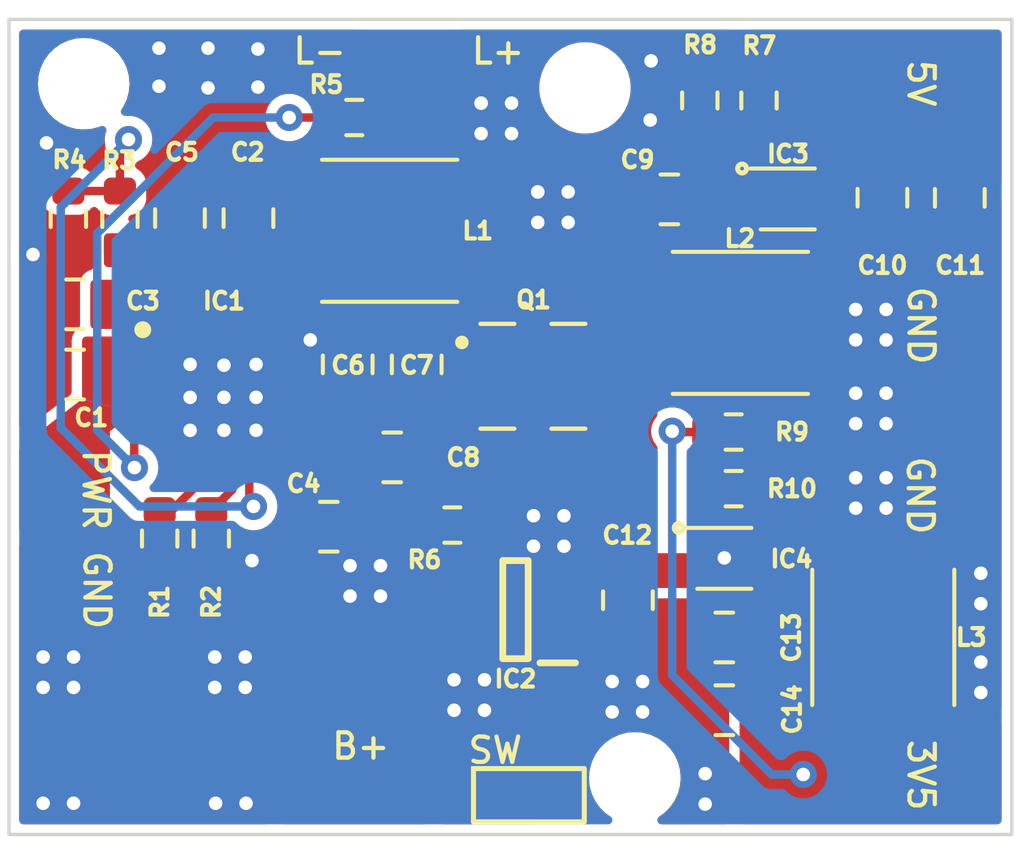
<source format=kicad_pcb>
(kicad_pcb (version 20221018) (generator pcbnew)
  (layers (0 "F.Cu" signal) (31 "B.Cu" signal) (34 "B.Paste" user) (35 "F.Paste" user) (36 "B.SilkS" user "B.Silkscreen") (37 "F.SilkS" user "F.Silkscreen") (38 "B.Mask" user) (39 "F.Mask" user) (44 "Edge.Cuts" user))
  (net 0 "")
  (net 1 "Net-(IC1-BTST)")
  (net 2 "VOUT")
  (net 3 "GND")
  (net 4 "Net-(IC1-REGN)")
  (net 5 "Net-(IC1-VAC)")
  (net 6 "VSYS")
  (net 7 "Net-(IC1-PMID)")
  (net 11 "STAT")
  (net 13 "Net-(IC1-ILIM)")
  (net 14 "Net-(IC1-ICHG)")
  (net 15 "Net-(IC1-TS)")
  (net 17 "Net-(IC2-IN)")
  (net 18 "Net-(IC2-~{OUT})")
  (net 20 "Net-(IC3-FB)")
  (net 21 "Net-(IC3-SW)")
  (net 22 "Net-(IC4-FB)")
  (net 23 "Net-(IC4-SW)")
  (net 25 "Net-(D1-K)")
  (net 26 "Net-(C2-Pad1)")
  (net 27 "Net-(C4-Pad1)")
  (net 28 "+5V")
  (net 29 "+3.5V")
  (footprint "Resistor_SMD:R_0603_1608Metric" (layer "F.Cu") (at 163.396252 72.023748 90)
    (fp_text reference "R2" (at -1.876252 0.003748 90) (layer "F.SilkS") (effects (font (size 0.5 0.5) (thickness 0.125))))
    (fp_text value "226" hide)
    (pad "1" smd roundrect (at -0.825 0 90) (size 0.8 0.95) (layers "F.Cu" "F.Paste" "F.Mask") (net 3 "GND"))
    (pad "2" smd roundrect (at 0.825 0 90) (size 0.8 0.95) (layers "F.Cu" "F.Paste" "F.Mask") (net 14 "Net-(IC1-ICHG)"))
  )
  (footprint "Capacitor_SMD:C_0805_2012Metric" (layer "F.Cu") (at 185.528752 61.950652 -90)
    (fp_text reference "C11" (at 1.995 -0.0125) (layer "F.SilkS") (effects (font (size 0.5 0.5) (thickness 0.125))))
    (fp_text value "22uF" hide)
    (pad "1" smd roundrect (at -0.95 0 270) (size 1 1.45) (layers "F.Cu" "F.Paste" "F.Mask") (net 28 "+5V"))
    (pad "2" smd roundrect (at 0.95 0 270) (size 1 1.45) (layers "F.Cu" "F.Paste" "F.Mask") (net 3 "GND"))
  )
  (footprint "BQ25606RGER:QFN50P400X400X100-25N-D" (layer "F.Cu") (at 163.771252 67.848748)
    (fp_text reference "IC1" (at 0 -2.848748) (layer "F.SilkS") (effects (font (size 0.5 0.5) (thickness 0.125))))
    (fp_text value "BQ25606RGER" hide)
    (pad "1" smd rect (at -2 -1.25 90) (size 0.3 0.8) (layers "F.Cu" "F.Paste" "F.Mask") (net 5 "Net-(IC1-VAC)"))
    (pad "2" smd rect (at -2 -0.75 90) (size 0.3 0.8) (layers "F.Cu" "F.Paste" "F.Mask"))
    (pad "3" smd rect (at -2 -0.25 90) (size 0.3 0.8) (layers "F.Cu" "F.Paste" "F.Mask"))
    (pad "4" smd rect (at -2 0.25 90) (size 0.3 0.8) (layers "F.Cu" "F.Paste" "F.Mask"))
    (pad "5" smd rect (at -2 0.75 90) (size 0.3 0.8) (layers "F.Cu" "F.Paste" "F.Mask") (net 11 "STAT"))
    (pad "6" smd rect (at -2 1.25 90) (size 0.3 0.8) (layers "F.Cu" "F.Paste" "F.Mask") (net 3 "GND"))
    (pad "7" smd rect (at -1.25 2) (size 0.3 0.8) (layers "F.Cu" "F.Paste" "F.Mask"))
    (pad "8" smd rect (at -0.75 2) (size 0.3 0.8) (layers "F.Cu" "F.Paste" "F.Mask") (net 13 "Net-(IC1-ILIM)"))
    (pad "9" smd rect (at -0.25 2) (size 0.3 0.8) (layers "F.Cu" "F.Paste" "F.Mask") (net 3 "GND"))
    (pad "10" smd rect (at 0.25 2) (size 0.3 0.8) (layers "F.Cu" "F.Paste" "F.Mask") (net 14 "Net-(IC1-ICHG)"))
    (pad "11" smd rect (at 0.75 2) (size 0.3 0.8) (layers "F.Cu" "F.Paste" "F.Mask") (net 15 "Net-(IC1-TS)"))
    (pad "12" smd rect (at 1.25 2) (size 0.3 0.8) (layers "F.Cu" "F.Paste" "F.Mask"))
    (pad "13" smd rect (at 2 1.25 90) (size 0.3 0.8) (layers "F.Cu" "F.Paste" "F.Mask") (net 27 "Net-(C4-Pad1)"))
    (pad "14" smd rect (at 2 0.75 90) (size 0.3 0.8) (layers "F.Cu" "F.Paste" "F.Mask") (net 27 "Net-(C4-Pad1)"))
    (pad "15" smd rect (at 2 0.25 90) (size 0.3 0.8) (layers "F.Cu" "F.Paste" "F.Mask") (net 2 "VOUT"))
    (pad "16" smd rect (at 2 -0.25 90) (size 0.3 0.8) (layers "F.Cu" "F.Paste" "F.Mask") (net 2 "VOUT"))
    (pad "17" smd rect (at 2 -0.75 90) (size 0.3 0.8) (layers "F.Cu" "F.Paste" "F.Mask") (net 3 "GND"))
    (pad "18" smd rect (at 2 -1.25 90) (size 0.3 0.8) (layers "F.Cu" "F.Paste" "F.Mask") (net 3 "GND"))
    (pad "19" smd rect (at 1.25 -2) (size 0.3 0.8) (layers "F.Cu" "F.Paste" "F.Mask") (net 26 "Net-(C2-Pad1)"))
    (pad "20" smd rect (at 0.75 -2) (size 0.3 0.8) (layers "F.Cu" "F.Paste" "F.Mask") (net 26 "Net-(C2-Pad1)"))
    (pad "21" smd rect (at 0.25 -2) (size 0.3 0.8) (layers "F.Cu" "F.Paste" "F.Mask") (net 1 "Net-(IC1-BTST)"))
    (pad "22" smd rect (at -0.25 -2) (size 0.3 0.8) (layers "F.Cu" "F.Paste" "F.Mask") (net 4 "Net-(IC1-REGN)"))
    (pad "23" smd rect (at -0.75 -2) (size 0.3 0.8) (layers "F.Cu" "F.Paste" "F.Mask") (net 7 "Net-(IC1-PMID)"))
    (pad "24" smd rect (at -1.25 -2) (size 0.3 0.8) (layers "F.Cu" "F.Paste" "F.Mask") (net 5 "Net-(IC1-VAC)"))
    (pad "25" smd rect (at 0 0) (size 2.8 2.8) (layers "F.Cu" "F.Paste" "F.Mask") (net 3 "GND"))
  )
  (footprint "Capacitor_SMD:C_0805_2012Metric" (layer "F.Cu") (at 159.371252 67.173748 180)
    (fp_text reference "C1" (at -0.478748 -1.276252) (layer "F.SilkS") (effects (font (size 0.5 0.5) (thickness 0.125))))
    (fp_text value "10uF" hide)
    (pad "1" smd roundrect (at -0.95 0 180) (size 1 1.45) (layers "F.Cu" "F.Paste" "F.Mask") (net 5 "Net-(IC1-VAC)"))
    (pad "2" smd roundrect (at 0.95 0 180) (size 1 1.45) (layers "F.Cu" "F.Paste" "F.Mask") (net 3 "GND"))
  )
  (footprint "Resistor_SMD:R_0603_1608Metric" (layer "F.Cu") (at 159.171252 62.573748 -90)
    (fp_text reference "R4" (at -1.748748 -0.028748 -180) (layer "F.SilkS") (effects (font (size 0.5 0.5) (thickness 0.125))))
    (fp_text value "10k" hide)
    (pad "1" smd roundrect (at -0.825 0 270) (size 0.8 0.95) (layers "F.Cu" "F.Paste" "F.Mask") (net 15 "Net-(IC1-TS)"))
    (pad "2" smd roundrect (at 0.825 0 270) (size 0.8 0.95) (layers "F.Cu" "F.Paste" "F.Mask") (net 3 "GND"))
  )
  (footprint "MountingHole:MountingHole_2.2mm_M2" (layer "F.Cu") (at 159.625 58.575 -90)
    (fp_text reference "REF**" hide)
    (fp_text value "MountingHole_2.2mm_M2" hide)
    (pad "" np_thru_hole circle (at 0 0 270) (size 2.2 2.2) (drill 2.2) (layers "F&B.Cu" "*.Mask"))
  )
  (footprint "TRANS_AONR21321:TRANS_AONR21321" (layer "F.Cu") (at 172.906252 67.225)
    (fp_text reference "Q1" (at 0.018748 -2.258748 180) (layer "F.SilkS") (effects (font (size 0.5 0.5) (thickness 0.125) bold)))
    (fp_text value "AONR21117" hide)
    (pad "1" smd rect (at -1.4 -0.975) (size 0.5 0.35) (layers "F.Cu" "F.Paste" "F.Mask") (net 2 "VOUT"))
    (pad "2" smd rect (at -1.4 -0.325) (size 0.5 0.35) (layers "F.Cu" "F.Paste" "F.Mask") (net 2 "VOUT"))
    (pad "3" smd rect (at -1.4 0.325) (size 0.5 0.35) (layers "F.Cu" "F.Paste" "F.Mask") (net 2 "VOUT"))
    (pad "4" smd rect (at -1.4 0.975) (size 0.5 0.35) (layers "F.Cu" "F.Paste" "F.Mask") (net 18 "Net-(IC2-~{OUT})"))
    (pad "5" smd rect (at 1.5 0.975 270) (size 0.4 0.3) (layers "F.Cu" "F.Paste" "F.Mask") (net 6 "VSYS"))
    (pad "6" smd rect (at 1.5 0.325 270) (size 0.4 0.3) (layers "F.Cu" "F.Paste" "F.Mask") (net 6 "VSYS"))
    (pad "7" smd rect (at 1.5 -0.325 270) (size 0.4 0.3) (layers "F.Cu" "F.Paste" "F.Mask") (net 6 "VSYS"))
    (pad "8" smd rect (at 1.5 -0.975 270) (size 0.4 0.3) (layers "F.Cu" "F.Paste" "F.Mask") (net 6 "VSYS"))
    (pad "9" smd rect (at 0.36 0) (size 1.98 2.45) (layers "F.Cu" "F.Mask") (net 6 "VSYS"))
    (pad "9_1" smd rect (at 0 -1.415 270) (size 0.38 0.43) (layers "F.Cu" "F.Paste" "F.Mask") (net 6 "VSYS"))
    (pad "9_2" smd rect (at 0 1.415 270) (size 0.38 0.43) (layers "F.Cu" "F.Paste" "F.Mask") (net 6 "VSYS"))
  )
  (footprint "Resistor_SMD:R_0603_1608Metric" (layer "F.Cu") (at 160.696252 62.573748 90)
    (fp_text reference "R3" (at 1.723748 -0.021252 180) (layer "F.SilkS") (effects (font (size 0.5 0.5) (thickness 0.125))))
    (fp_text value "10k" hide)
    (pad "1" smd roundrect (at -0.825 0 90) (size 0.8 0.95) (layers "F.Cu" "F.Paste" "F.Mask") (net 4 "Net-(IC1-REGN)"))
    (pad "2" smd roundrect (at 0.825 0 90) (size 0.8 0.95) (layers "F.Cu" "F.Paste" "F.Mask") (net 15 "Net-(IC1-TS)"))
  )
  (footprint "Capacitor_SMD:C_0805_2012Metric" (layer "F.Cu") (at 178.566252 74.948748 180)
    (fp_text reference "C13" (at -1.983748 -0.001252 90) (layer "F.SilkS") (effects (font (size 0.5 0.5) (thickness 0.125))))
    (fp_text value "22uF" hide)
    (pad "1" smd roundrect (at -0.95 0 180) (size 1 1.45) (layers "F.Cu" "F.Paste" "F.Mask") (net 29 "+3.5V"))
    (pad "2" smd roundrect (at 0.95 0 180) (size 1 1.45) (layers "F.Cu" "F.Paste" "F.Mask") (net 3 "GND"))
  )
  (footprint "solderpads:led_1.25mm_2" (layer "F.Cu") (at 169.225 57.8)
    (fp_text reference "D1" hide)
    (fp_text value "LED" hide)
    (pad "1" smd circle (at -0.85 0.05) (size 1.25 1.25) (layers "F.Cu" "F.Paste" "F.Mask") (net 25 "Net-(D1-K)"))
    (pad "2" smd circle (at 0.85 0.05) (size 1.25 1.25) (layers "F.Cu" "F.Paste" "F.Mask") (net 2 "VOUT"))
  )
  (footprint "solderpads:hipower_2.5x1.5mm" (layer "F.Cu") (at 158.7 70.648748 -90)
    (fp_text reference "TP2" hide)
    (fp_text value "VBUS" hide)
    (pad "1" smd rect (at -0.05 0 270) (size 2.5 1.5) (layers "F.Cu" "F.Paste" "F.Mask") (net 5 "Net-(IC1-VAC)"))
  )
  (footprint "Resistor_SMD:R_0603_1608Metric" (layer "F.Cu") (at 178.841252 70.548748)
    (fp_text reference "R10" (at 1.725 0 180) (layer "F.SilkS") (effects (font (size 0.5 0.5) (thickness 0.125))))
    (fp_text value "100k" hide)
    (pad "1" smd roundrect (at -0.825 0) (size 0.8 0.95) (layers "F.Cu" "F.Paste" "F.Mask") (net 22 "Net-(IC4-FB)"))
    (pad "2" smd roundrect (at 0.825 0) (size 0.8 0.95) (layers "F.Cu" "F.Paste" "F.Mask") (net 3 "GND"))
  )
  (footprint "solderpads:pwr_switch_1.25mm_2" (layer "F.Cu") (at 172.796252 79.55)
    (fp_text reference "SW1" hide)
    (fp_text value "SW_SPST" hide)
    (pad "1" smd circle (at -0.85 0.05) (size 1.25 1.25) (layers "F.Cu" "F.Paste" "F.Mask") (net 3 "GND"))
    (pad "2" smd circle (at 0.85 0.05) (size 1.25 1.25) (layers "F.Cu" "F.Paste" "F.Mask") (net 17 "Net-(IC2-IN)"))
  )
  (footprint "Inductor_SMD:L_Taiyo-Yuden_MD-4040" (layer "F.Cu") (at 168.671252 62.923748 180)
    (fp_text reference "L1" (at -2.603748 -0.001252) (layer "F.SilkS") (effects (font (size 0.5 0.5) (thickness 0.125) bold)))
    (fp_text value "1uH" hide)
    (pad "1" smd rect (at -1.4 0 180) (size 1.2 3.7) (layers "F.Cu" "F.Paste" "F.Mask") (net 2 "VOUT"))
    (pad "2" smd rect (at 1.4 0 180) (size 1.2 3.7) (layers "F.Cu" "F.Paste" "F.Mask") (net 26 "Net-(C2-Pad1)"))
  )
  (footprint "Capacitor_SMD:C_0805_2012Metric" (layer "F.Cu") (at 166.871252 71.673748)
    (fp_text reference "C4" (at -0.746252 -1.273748) (layer "F.SilkS") (effects (font (size 0.5 0.5) (thickness 0.125))))
    (fp_text value "10uF" hide)
    (pad "1" smd roundrect (at -0.95 0) (size 1 1.45) (layers "F.Cu" "F.Paste" "F.Mask") (net 27 "Net-(C4-Pad1)"))
    (pad "2" smd roundrect (at 0.95 0) (size 1 1.45) (layers "F.Cu" "F.Paste" "F.Mask") (net 3 "GND"))
  )
  (footprint "Capacitor_SMD:C_0805_2012Metric" (layer "F.Cu") (at 176.941252 61.995652 180)
    (fp_text reference "C9" (at 0.941252 1.170652 180) (layer "F.SilkS") (effects (font (size 0.5 0.5) (thickness 0.125))))
    (fp_text value "22uF" hide)
    (pad "1" smd roundrect (at -0.95 0 180) (size 1 1.45) (layers "F.Cu" "F.Paste" "F.Mask") (net 6 "VSYS"))
    (pad "2" smd roundrect (at 0.95 0 180) (size 1 1.45) (layers "F.Cu" "F.Paste" "F.Mask") (net 3 "GND"))
  )
  (footprint "solderpads:hipower_2.5x1.5mm" (layer "F.Cu") (at 167.675 79.475)
    (fp_text reference "TP3" hide)
    (fp_text value "BAT" hide)
    (pad "1" smd rect (at -0.05 0) (size 2.5 1.5) (layers "F.Cu" "F.Paste" "F.Mask") (net 27 "Net-(C4-Pad1)"))
  )
  (footprint "Resistor_SMD:R_0603_1608Metric" (layer "F.Cu") (at 167.625 59.575)
    (fp_text reference "R5" (at -0.825 -0.975) (layer "F.SilkS") (effects (font (size 0.5 0.5) (thickness 0.125))))
    (fp_text value "10k" hide)
    (pad "1" smd roundrect (at -0.825 0) (size 0.8 0.95) (layers "F.Cu" "F.Paste" "F.Mask") (net 11 "STAT"))
    (pad "2" smd roundrect (at 0.825 0) (size 0.8 0.95) (layers "F.Cu" "F.Paste" "F.Mask") (net 25 "Net-(D1-K)"))
  )
  (footprint "MAX16054AZT+T:SOT95P275X110-6N" (layer "F.Cu") (at 172.391252 74.125 180)
    (fp_text reference "IC2" (at 0 -2.05) (layer "F.SilkS") (effects (font (size 0.5 0.5) (thickness 0.125))))
    (fp_text value "MAX16054AZT+T" hide)
    (pad "1" smd rect (at -1.25 -0.95 270) (size 0.55 1.05) (layers "F.Cu" "F.Paste" "F.Mask") (net 17 "Net-(IC2-IN)"))
    (pad "2" smd rect (at -1.25 0 270) (size 0.55 1.05) (layers "F.Cu" "F.Paste" "F.Mask") (net 3 "GND"))
    (pad "3" smd rect (at -1.25 0.95 270) (size 0.55 1.05) (layers "F.Cu" "F.Paste" "F.Mask") (net 3 "GND"))
    (pad "4" smd rect (at 1.25 0.95 270) (size 0.55 1.05) (layers "F.Cu" "F.Paste" "F.Mask") (net 18 "Net-(IC2-~{OUT})"))
    (pad "5" smd rect (at 1.25 0 270) (size 0.55 1.05) (layers "F.Cu" "F.Paste" "F.Mask"))
    (pad "6" smd rect (at 1.25 -0.95 270) (size 0.55 1.05) (layers "F.Cu" "F.Paste" "F.Mask") (net 2 "VOUT"))
  )
  (footprint "Resistor_SMD:R_0603_1608Metric" (layer "F.Cu") (at 178.841252 68.873748)
    (fp_text reference "R9" (at 1.725 0 180) (layer "F.SilkS") (effects (font (size 0.5 0.5) (thickness 0.125))))
    (fp_text value "487k" hide)
    (pad "1" smd roundrect (at -0.825 0) (size 0.8 0.95) (layers "F.Cu" "F.Paste" "F.Mask") (net 29 "+3.5V"))
    (pad "2" smd roundrect (at 0.825 0) (size 0.8 0.95) (layers "F.Cu" "F.Paste" "F.Mask") (net 22 "Net-(IC4-FB)"))
  )
  (footprint "Capacitor_SMD:C_0805_2012Metric" (layer "F.Cu") (at 175.716252 73.845652 -90)
    (fp_text reference "C12" (at -1.920652 0.016252) (layer "F.SilkS") (effects (font (size 0.5 0.5) (thickness 0.125))))
    (fp_text value "22uF" hide)
    (pad "1" smd roundrect (at -0.95 0 270) (size 1 1.45) (layers "F.Cu" "F.Paste" "F.Mask") (net 6 "VSYS"))
    (pad "2" smd roundrect (at 0.95 0 270) (size 1 1.45) (layers "F.Cu" "F.Paste" "F.Mask") (net 3 "GND"))
  )
  (footprint "Inductor_SMD:L_Taiyo-Yuden_MD-4040" (layer "F.Cu") (at 183.266252 74.945652 -90)
    (fp_text reference "L3" (at 0 -2.6 -180) (layer "F.SilkS") (effects (font (size 0.5 0.5) (thickness 0.125))))
    (fp_text value "1uH" hide)
    (pad "1" smd rect (at -1.4 0 270) (size 1.2 3.7) (layers "F.Cu" "F.Paste" "F.Mask") (net 23 "Net-(IC4-SW)"))
    (pad "2" smd rect (at 1.4 0 270) (size 1.2 3.7) (layers "F.Cu" "F.Paste" "F.Mask") (net 29 "+3.5V"))
  )
  (footprint "solderpads:hipower_2.5x1.5mm" (layer "F.Cu") (at 185.766252 65.720652 -90)
    (fp_text reference "TP7" hide)
    (fp_text value "GND" hide)
    (pad "1" smd rect (at -0.05 0 270) (size 2.5 1.5) (layers "F.Cu" "F.Paste" "F.Mask") (net 3 "GND"))
  )
  (footprint "Capacitor_SMD:C_0805_2012Metric" (layer "F.Cu") (at 169.471252 66.873748 90)
    (fp_text reference "C7" (at -0.026252 0 180) (layer "F.SilkS") (effects (font (size 0.5 0.5) (thickness 0.125))))
    (fp_text value "10uF" hide)
    (pad "1" smd roundrect (at -0.95 0 90) (size 1 1.45) (layers "F.Cu" "F.Paste" "F.Mask") (net 2 "VOUT"))
    (pad "2" smd roundrect (at 0.95 0 90) (size 1 1.45) (layers "F.Cu" "F.Paste" "F.Mask") (net 3 "GND"))
  )
  (footprint "solderpads:hipower_2.5x1.5mm" (layer "F.Cu") (at 158.7 73.498748 90)
    (fp_text reference "TP1" hide)
    (fp_text value "GND" hide)
    (pad "1" smd rect (at -0.05 0 90) (size 2.5 1.5) (layers "F.Cu" "F.Paste" "F.Mask") (net 3 "GND"))
  )
  (footprint "Capacitor_SMD:C_0805_2012Metric" (layer "F.Cu") (at 167.431252 66.873748 90)
    (fp_text reference "C6" (at -0.025 0.015 180) (layer "F.SilkS") (effects (font (size 0.5 0.5) (thickness 0.125))))
    (fp_text value "10uF" hide)
    (pad "1" smd roundrect (at -0.95 0 90) (size 1 1.45) (layers "F.Cu" "F.Paste" "F.Mask") (net 2 "VOUT"))
    (pad "2" smd roundrect (at 0.95 0 90) (size 1 1.45) (layers "F.Cu" "F.Paste" "F.Mask") (net 3 "GND"))
  )
  (footprint "Package_TO_SOT_SMD:SOT-666" (layer "F.Cu") (at 178.566252 72.608152)
    (fp_text reference "IC4" (at 1.983748 0.016848 180) (layer "F.SilkS") (effects (font (size 0.5 0.5) (thickness 0.125))))
    (fp_text value "TPS564255DRLR" hide)
    (pad "1" smd rect (at -0.85 -0.5375) (size 0.5 0.375) (layers "F.Cu" "F.Paste" "F.Mask") (net 22 "Net-(IC4-FB)"))
    (pad "2" smd rect (at -0.925 0) (size 0.65 0.3) (layers "F.Cu" "F.Paste" "F.Mask") (net 6 "VSYS"))
    (pad "3" smd rect (at -0.85 0.5375) (size 0.5 0.375) (layers "F.Cu" "F.Paste" "F.Mask") (net 6 "VSYS"))
    (pad "4" smd rect (at 0.85 0.5375) (size 0.5 0.375) (layers "F.Cu" "F.Paste" "F.Mask") (net 3 "GND"))
    (pad "5" smd rect (at 0.925 0) (size 0.65 0.3) (layers "F.Cu" "F.Paste" "F.Mask") (net 23 "Net-(IC4-SW)"))
    (pad "6" smd rect (at 0.85 -0.5375) (size 0.5 0.375) (layers "F.Cu" "F.Paste" "F.Mask"))
  )
  (footprint "MountingHole:MountingHole_2.2mm_M2" (layer "F.Cu") (at 174.446252 58.698748 180)
    (fp_text reference "REF**" hide)
    (fp_text value "MountingHole_2.2mm_M2" hide)
    (pad "" np_thru_hole circle (at 0 0 180) (size 2.2 2.2) (drill 2.2) (layers "F&B.Cu" "*.Mask"))
  )
  (footprint "MountingHole:MountingHole_2.2mm_M2" (layer "F.Cu") (at 175.921252 79.098748 180)
    (fp_text reference "REF**" hide)
    (fp_text value "MountingHole_2.2mm_M2" hide)
    (pad "" np_thru_hole circle (at 0 0 180) (size 2.2 2.2) (drill 2.2) (layers "*.Cu" "*.Mask"))
  )
  (footprint "Package_TO_SOT_SMD:SOT-666" (layer "F.Cu") (at 180.441252 61.983152)
    (fp_text reference "IC3" (at 0.008748 -1.333152 180) (layer "F.SilkS") (effects (font (size 0.5 0.5) (thickness 0.125))))
    (fp_text value "TPS61023DRLT" hide)
    (pad "1" smd rect (at -0.85 -0.5375) (size 0.5 0.375) (layers "F.Cu" "F.Paste" "F.Mask") (net 20 "Net-(IC3-FB)"))
    (pad "2" smd rect (at -0.925 0) (size 0.65 0.3) (layers "F.Cu" "F.Paste" "F.Mask") (net 6 "VSYS"))
    (pad "3" smd rect (at -0.85 0.5375) (size 0.5 0.375) (layers "F.Cu" "F.Paste" "F.Mask") (net 6 "VSYS"))
    (pad "4" smd rect (at 0.85 0.5375) (size 0.5 0.375) (layers "F.Cu" "F.Paste" "F.Mask") (net 3 "GND"))
    (pad "5" smd rect (at 0.925 0) (size 0.65 0.3) (layers "F.Cu" "F.Paste" "F.Mask") (net 21 "Net-(IC3-SW)"))
    (pad "6" smd rect (at 0.85 -0.5375) (size 0.5 0.375) (layers "F.Cu" "F.Paste" "F.Mask") (net 28 "+5V"))
  )
  (footprint "Resistor_SMD:R_0603_1608Metric" (layer "F.Cu") (at 161.871252 72.023748 90)
    (fp_text reference "R1" (at -1.876252 0.003748 90) (layer "F.SilkS") (effects (font (size 0.5 0.5) (thickness 0.125))))
    (fp_text value "150" hide)
    (pad "1" smd roundrect (at -0.825 0 90) (size 0.8 0.95) (layers "F.Cu" "F.Paste" "F.Mask") (net 3 "GND"))
    (pad "2" smd roundrect (at 0.825 0 90) (size 0.8 0.95) (layers "F.Cu" "F.Paste" "F.Mask") (net 13 "Net-(IC1-ILIM)"))
  )
  (footprint "Resistor_SMD:R_0603_1608Metric" (layer "F.Cu") (at 177.841252 59.070652 90)
    (fp_text reference "R8" (at 1.645652 0.008748 180) (layer "F.SilkS") (effects (font (size 0.5 0.5) (thickness 0.125))))
    (fp_text value "100k" hide)
    (pad "1" smd roundrect (at -0.825 0 90) (size 0.8 0.95) (layers "F.Cu" "F.Paste" "F.Mask") (net 20 "Net-(IC3-FB)"))
    (pad "2" smd roundrect (at 0.825 0 90) (size 0.8 0.95) (layers "F.Cu" "F.Paste" "F.Mask") (net 3 "GND"))
  )
  (footprint "Resistor_SMD:R_0603_1608Metric" (layer "F.Cu") (at 179.591252 59.070652 -90)
    (fp_text reference "R7" (at -1.620652 -0.008748 -180) (layer "F.SilkS") (effects (font (size 0.5 0.5) (thickness 0.125))))
    (fp_text value "750k" hide)
    (pad "1" smd roundrect (at -0.825 0 270) (size 0.8 0.95) (layers "F.Cu" "F.Paste" "F.Mask") (net 28 "+5V"))
    (pad "2" smd roundrect (at 0.825 0 270) (size 0.8 0.95) (layers "F.Cu" "F.Paste" "F.Mask") (net 20 "Net-(IC3-FB)"))
  )
  (footprint "solderpads:hipower_2.5x1.5mm" (layer "F.Cu") (at 185.766252 70.720652 -90)
    (fp_text reference "TP8" hide)
    (fp_text value "GND" hide)
    (pad "1" smd rect (at -0.05 0 270) (size 2.5 1.5) (layers "F.Cu" "F.Paste" "F.Mask") (net 3 "GND"))
  )
  (footprint "solderpads:hipower_2.5x1.5mm" (layer "F.Cu") (at 185.766252 58.525 -90)
    (fp_text reference "TP5" hide)
    (fp_text value "+5V" hide)
    (pad "1" smd rect (at -0.05 0 270) (size 2.5 1.5) (layers "F.Cu" "F.Paste" "F.Mask") (net 28 "+5V"))
  )
  (footprint "solderpads:hipower_2.5x1.5mm" (layer "F.Cu") (at 185.766252 79 -90)
    (fp_text reference "TP6" hide)
    (fp_text value "+3V5" hide)
    (pad "1" smd rect (at -0.05 0 270) (size 2.5 1.5) (layers "F.Cu" "F.Paste" "F.Mask") (net 29 "+3.5V"))
  )
  (footprint "Resistor_SMD:R_0603_1608Metric" (layer "F.Cu") (at 170.525 71.625 180)
    (fp_text reference "R6" (at 0.825 -1.025) (layer "F.SilkS") (effects (font (size 0.5 0.5) (thickness 0.125))))
    (fp_text value "10k" hide)
    (pad "1" smd roundrect (at -0.825 0 180) (size 0.8 0.95) (layers "F.Cu" "F.Paste" "F.Mask") (net 18 "Net-(IC2-~{OUT})"))
    (pad "2" smd roundrect (at 0.825 0 180) (size 0.8 0.95) (layers "F.Cu" "F.Paste" "F.Mask") (net 2 "VOUT"))
  )
  (footprint "Capacitor_SMD:C_0805_2012Metric" (layer "F.Cu") (at 159.371252 65.098748 180)
    (fp_text reference "C3" (at -2.003748 0.098748) (layer "F.SilkS") (effects (font (size 0.5 0.5) (thickness 0.125))))
    (fp_text value "10uF" hide)
    (pad "1" smd roundrect (at -0.95 0 180) (size 1 1.45) (layers "F.Cu" "F.Paste" "F.Mask") (net 7 "Net-(IC1-PMID)"))
    (pad "2" smd roundrect (at 0.95 0 180) (size 1 1.45) (layers "F.Cu" "F.Paste" "F.Mask") (net 3 "GND"))
  )
  (footprint "Capacitor_SMD:C_0805_2012Metric" (layer "F.Cu") (at 183.241252 61.945652 -90)
    (fp_text reference "C10" (at 2 0) (layer "F.SilkS") (effects (font (size 0.5 0.5) (thickness 0.125))))
    (fp_text value "22uF" hide)
    (pad "1" smd roundrect (at -0.95 0 270) (size 1 1.45) (layers "F.Cu" "F.Paste" "F.Mask") (net 28 "+5V"))
    (pad "2" smd roundrect (at 0.95 0 270) (size 1 1.45) (layers "F.Cu" "F.Paste" "F.Mask") (net 3 "GND"))
  )
  (footprint "Capacitor_SMD:C_0805_2012Metric" (layer "F.Cu") (at 178.566252 77.098748 180)
    (fp_text reference "C14" (at -2.008748 0.023748 270) (layer "F.SilkS") (effects (font (size 0.5 0.5) (thickness 0.125))))
    (fp_text value "22uF" hide)
    (pad "1" smd roundrect (at -0.95 0 180) (size 1 1.45) (layers "F.Cu" "F.Paste" "F.Mask") (net 29 "+3.5V"))
    (pad "2" smd roundrect (at 0.95 0 180) (size 1 1.45) (layers "F.Cu" "F.Paste" "F.Mask") (net 3 "GND"))
  )
  (footprint "Capacitor_SMD:C_0805_2012Metric" (layer "F.Cu") (at 164.496252 62.548748 -90)
    (fp_text reference "C2" (at -1.948748 0.021252 -180) (layer "F.SilkS") (effects (font (size 0.5 0.5) (thickness 0.125) bold)))
    (fp_text value "47nF" hide)
    (pad "1" smd roundrect (at -0.95 0 270) (size 1 1.45) (layers "F.Cu" "F.Paste" "F.Mask") (net 26 "Net-(C2-Pad1)"))
    (pad "2" smd roundrect (at 0.95 0 270) (size 1 1.45) (layers "F.Cu" "F.Paste" "F.Mask") (net 1 "Net-(IC1-BTST)"))
  )
  (footprint "Inductor_SMD:L_Taiyo-Yuden_MD-4040" (layer "F.Cu") (at 179.041252 65.645652)
    (fp_text reference "L2" (at -0.016252 -2.495652 180) (layer "F.SilkS") (effects (font (size 0.5 0.5) (thickness 0.125))))
    (fp_text value "1uH" hide)
    (pad "1" smd rect (at -1.4 0) (size 1.2 3.7) (layers "F.Cu" "F.Paste" "F.Mask") (net 6 "VSYS"))
    (pad "2" smd rect (at 1.4 0) (size 1.2 3.7) (layers "F.Cu" "F.Paste" "F.Mask") (net 21 "Net-(IC3-SW)"))
  )
  (footprint "Capacitor_SMD:C_0805_2012Metric" (layer "F.Cu") (at 162.471252 62.548748 -90)
    (fp_text reference "C5" (at -1.948748 -0.053748 -180) (layer "F.SilkS") (effects (font (size 0.5 0.5) (thickness 0.125))))
    (fp_text value "4.7uF" hide)
    (pad "1" smd roundrect (at -0.95 0 270) (size 1 1.45) (layers "F.Cu" "F.Paste" "F.Mask") (net 3 "GND"))
    (pad "2" smd roundrect (at 0.95 0 270) (size 1 1.45) (layers "F.Cu" "F.Paste" "F.Mask") (net 4 "Net-(IC1-REGN)"))
  )
  (footprint "Capacitor_SMD:C_0805_2012Metric" (layer "F.Cu") (at 168.746252 69.623748 180)
    (fp_text reference "C8" (at -2.103748 -0.001252) (layer "F.SilkS") (effects (font (size 0.5 0.5) (thickness 0.125))))
    (fp_text value "10uF" hide)
    (pad "1" smd roundrect (at -0.95 0 180) (size 1 1.45) (layers "F.Cu" "F.Paste" "F.Mask") (net 2 "VOUT"))
    (pad "2" smd roundrect (at 0.95 0 180) (size 1 1.45) (layers "F.Cu" "F.Paste" "F.Mask") (net 3 "GND"))
  )
  (gr_rect (start 171.15 78.825) (end 174.425 80.4) (stroke (width 0.15)) (fill none) (layer "F.SilkS"))
  (gr_circle (center 177.216252 71.708748) (end 177.166252 71.733748) (stroke (width 0.15)) (fill none) (layer "F.SilkS"))
  (gr_circle (center 179.091252 61.082847) (end 179.041252 61.107847) (stroke (width 0.15)) (fill none) (layer "F.SilkS"))
  (gr_rect (start 157.416252 56.673748) (end 187.066652 80.773748) (stroke (width 0.1)) (fill none) (layer "Edge.Cuts"))
  (gr_text "SW" (at 170.925 78.725) (layer "F.SilkS") (effects (font (size 0.75 0.75) (thickness 0.125) bold) (justify left bottom)))
  (gr_text "L+" (at 171.025 58.05) (layer "F.SilkS") (effects (font (size 0.75 0.75) (thickness 0.125) bold) (justify left bottom)))
  (gr_text "PWR" (at 159.55 69.325 270) (layer "F.SilkS") (effects (font (size 0.75 0.75) (thickness 0.125) bold) (justify left bottom)))
  (gr_text "5V" (at 183.941252 57.8 -90) (layer "F.SilkS") (effects (font (size 0.75 0.75) (thickness 0.125)) (justify left bottom)))
  (gr_text "L-" (at 165.75 58.05) (layer "F.SilkS") (effects (font (size 0.75 0.75) (thickness 0.125) bold) (justify left bottom)))
  (gr_text "GND" (at 183.916252 69.523748 -90) (layer "F.SilkS") (effects (font (size 0.75 0.75) (thickness 0.125) bold) (justify left bottom)))
  (gr_text "GND" (at 159.575 72.325 -90) (layer "F.SilkS") (effects (font (size 0.75 0.75) (thickness 0.125) bold) (justify left bottom)))
  (gr_text "3V5" (at 183.941252 77.9 -90) (layer "F.SilkS") (effects (font (size 0.75 0.75) (thickness 0.125) bold) (justify left bottom)))
  (gr_text "GND" (at 183.941252 64.498748 -90) (layer "F.SilkS") (effects (font (size 0.75 0.75) (thickness 0.125) bold) (justify left bottom)))
  (gr_text "B+" (at 166.895791 78.6) (layer "F.SilkS") (effects (font (size 0.75 0.75) (thickness 0.125) bold) (justify left bottom)))
  (segment (start 170.071252 57.853748) (end 170.075 57.85) (width 0.5) (layer "F.Cu") (net 2))
  (segment (start 170.071252 62.923748) (end 170.071252 57.853748) (width 0.5) (layer "F.Cu") (net 2))
  (segment (start 170.917504 75.075) (end 171.141252 75.075) (width 0.25) (layer "F.Cu") (net 2))
  (segment (start 162.496252 69.098748) (end 162.771252 68.823748) (width 0.25) (layer "F.Cu") (net 3))
  (segment (start 178.566252 72.808152) (end 178.566252 72.595652) (width 0.38) (layer "F.Cu") (net 3))
  (segment (start 161.771252 69.098748) (end 162.496252 69.098748) (width 0.25) (layer "F.Cu") (net 3))
  (via (at 182.45 70.225) (size 0.8) (drill 0.4) (layers "F.Cu" "B.Cu") (net 3))
  (via (at 159.325 75.525) (size 0.8) (drill 0.4) (layers "F.Cu" "B.Cu") (net 3))
  (via (at 178.566252 72.595652) (size 0.8) (drill 0.4) (layers "F.Cu" "B.Cu") (net 3))
  (via (at 182.45 65.25) (size 0.8) (drill 0.4) (layers "F.Cu" "B.Cu") (net 3))
  (via (at 163.771252 68.823748) (size 0.8) (drill 0.4) (layers "F.Cu" "B.Cu") (net 3))
  (via (at 173.825 72.25) (size 0.8) (drill 0.4) (layers "F.Cu" "B.Cu") (net 3))
  (via (at 172.275 59.15) (size 0.8) (drill 0.4) (layers "F.Cu" "B.Cu") (net 3))
  (via (at 173.05 62.675) (size 0.8) (drill 0.4) (layers "F.Cu" "B.Cu") (net 3))
  (via (at 173.95 62.675) (size 0.8) (drill 0.4) (layers "F.Cu" "B.Cu") (net 3))
  (via (at 158.425 79.85) (size 0.8) (drill 0.4) (layers "F.Cu" "B.Cu") (net 3))
  (via (at 162.771252 66.873748) (size 0.8) (drill 0.4) (layers "F.Cu" "B.Cu") (net 3))
  (via (at 164.775 57.55) (size 0.8) (drill 0.4) (layers "F.Cu" "B.Cu") (net 3))
  (via (at 163.5 76.425) (size 0.8) (drill 0.4) (layers "F.Cu" "B.Cu") (net 3))
  (via (at 183.35 66.15) (size 0.8) (drill 0.4) (layers "F.Cu" "B.Cu") (net 3))
  (via (at 176.15 76.25) (size 0.8) (drill 0.4) (layers "F.Cu" "B.Cu") (net 3))
  (via (at 176.4 57.9) (size 0.8) (drill 0.4) (layers "F.Cu" "B.Cu") (net 3))
  (via (at 164.721252 68.823748) (size 0.8) (drill 0.4) (layers "F.Cu" "B.Cu") (net 3))
  (via (at 171.375 59.15) (size 0.8) (drill 0.4) (layers "F.Cu" "B.Cu") (net 3))
  (via (at 162.771252 67.848748) (size 0.8) (drill 0.4) (layers "F.Cu" "B.Cu") (net 3))
  (via (at 173.95 61.775) (size 0.8) (drill 0.4) (layers "F.Cu" "B.Cu") (net 3))
  (via (at 183.35 71.125) (size 0.8) (drill 0.4) (layers "F.Cu" "B.Cu") (net 3))
  (via (at 183.35 68.625) (size 0.8) (drill 0.4) (layers "F.Cu" "B.Cu") (net 3))
  (via (at 158.125 63.625) (size 0.8) (drill 0.4) (layers "F.Cu" "B.Cu") (net 3))
  (via (at 182.45 67.725) (size 0.8) (drill 0.4) (layers "F.Cu" "B.Cu") (net 3))
  (via (at 173.05 61.775) (size 0.8) (drill 0.4) (layers "F.Cu" "B.Cu") (net 3))
  (via (at 183.35 65.25) (size 0.8) (drill 0.4) (layers "F.Cu" "B.Cu") (net 3))
  (via (at 172.275 60.05) (size 0.8) (drill 0.4) (layers "F.Cu" "B.Cu") (net 3))
  (via (at 163.525 79.85) (size 0.8) (drill 0.4) (layers "F.Cu" "B.Cu") (net 3))
  (via (at 163.771252 66.898748) (size 0.8) (drill 0.4) (layers "F.Cu" "B.Cu") (net 3))
  (via (at 171.475 77.1) (size 0.8) (drill 0.4) (layers "F.Cu" "B.Cu") (net 3))
  (via (at 163.3 58.7) (size 0.8) (drill 0.4) (layers "F.Cu" "B.Cu") (net 3))
  (via (at 164.775 58.675) (size 0.8) (drill 0.4) (layers "F.Cu" "B.Cu") (net 3))
  (via (at 176.375 59.65) (size 0.8) (drill 0.4) (layers "F.Cu" "B.Cu") (net 3))
  (via (at 186.15 73.05) (size 0.8) (drill 0.4) (layers "F.Cu" "B.Cu") (net 3))
  (via (at 170.575 77.1) (size 0.8) (drill 0.4) (layers "F.Cu" "B.Cu") (net 3))
  (via (at 163.5 75.525) (size 0.8) (drill 0.4) (layers "F.Cu" "B.Cu") (net 3))
  (via (at 186.15 76.575) (size 0.8) (drill 0.4) (layers "F.Cu" "B.Cu") (net 3))
  (via (at 168.4 72.825) (size 0.8) (drill 0.4) (layers "F.Cu" "B.Cu") (net 3))
  (via (at 162.771252 68.823748) (size 0.8) (drill 0.4) (layers "F.Cu" "B.Cu") (net 3))
  (via (at 168.4 73.725) (size 0.8) (drill 0.4) (layers "F.Cu" "B.Cu") (net 3))
  (via (at 167.5 72.825) (size 0.8) (drill 0.4) (layers "F.Cu" "B.Cu") (net 3))
  (via (at 166.325 66.15) (size 0.8) (drill 0.4) (layers "F.Cu" "B.Cu") (net 3))
  (via (at 161.85 57.525) (size 0.8) (drill 0.4) (layers "F.Cu" "B.Cu") (net 3))
  (via (at 167.5 73.725) (size 0.8) (drill 0.4) (layers "F.Cu" "B.Cu") (net 3))
  (via (at 178 78.975) (size 0.8) (drill 0.4) (layers "F.Cu" "B.Cu") (net 3))
  (via (at 158.525 60.325) (size 0.8) (drill 0.4) (layers "F.Cu" "B.Cu") (net 3))
  (via (at 164.6 72.675) (size 0.8) (drill 0.4) (layers "F.Cu" "B.Cu") (net 3))
  (via (at 172.925 72.25) (size 0.8) (drill 0.4) (layers "F.Cu" "B.Cu") (net 3))
  (via (at 182.45 68.625) (size 0.8) (drill 0.4) (layers "F.Cu" "B.Cu") (net 3))
  (via (at 164.425 79.85) (size 0.8) (drill 0.4) (layers "F.Cu" "B.Cu") (net 3))
  (via (at 183.35 67.725) (size 0.8) (drill 0.4) (layers "F.Cu" "B.Cu") (net 3))
  (via (at 176.15 77.15) (size 0.8) (drill 0.4) (layers "F.Cu" "B.Cu") (net 3))
  (via (at 171.475 76.2) (size 0.8) (drill 0.4) (layers "F.Cu" "B.Cu") (net 3))
  (via (at 171.375 60.05) (size 0.8) (drill 0.4) (layers "F.Cu" "B.Cu") (net 3))
  (via (at 178 79.875) (size 0.8) (drill 0.4) (layers "F.Cu" "B.Cu") (net 3))
  (via (at 164.721252 66.873748) (size 0.8) (drill 0.4) (layers "F.Cu" "B.Cu") (net 3))
  (via (at 183.35 70.225) (size 0.8) (drill 0.4) (layers "F.Cu" "B.Cu") (net 3))
  (via (at 171.375 59.15) (size 0.8) (drill 0.4) (layers "F.Cu" "B.Cu") (net 3))
  (via (at 159.325 76.425) (size 0.8) (drill 0.4) (layers "F.Cu" "B.Cu") (net 3))
  (via (at 163.771252 67.848748) (size 0.8) (drill 0.4) (layers "F.Cu" "B.Cu") (net 3))
  (via (at 186.15 75.675) (size 0.8) (drill 0.4) (layers "F.Cu" "B.Cu") (net 3))
  (via (at 182.45 71.125) (size 0.8) (drill 0.4) (layers "F.Cu" "B.Cu") (net 3))
  (via (at 173.825 71.35) (size 0.8) (drill 0.4) (layers "F.Cu" "B.Cu") (net 3))
  (via (at 164.4 75.525) (size 0.8) (drill 0.4) (layers "F.Cu" "B.Cu") (net 3))
  (via (at 182.45 66.15) (size 0.8) (drill 0.4) (layers "F.Cu" "B.Cu") (net 3))
  (via (at 164.721252 67.848748) (size 0.8) (drill 0.4) (layers "F.Cu" "B.Cu") (net 3))
  (via (at 159.325 79.85) (size 0.8) (drill 0.4) (layers "F.Cu" "B.Cu") (net 3))
  (via (at 186.15 73.95) (size 0.8) (drill 0.4) (layers "F.Cu" "B.Cu") (net 3))
  (via (at 161.85 58.65) (size 0.8) (drill 0.4) (layers "F.Cu" "B.Cu") (net 3))
  (via (at 164.4 76.425) (size 0.8) (drill 0.4) (layers "F.Cu" "B.Cu") (net 3))
  (via (at 163.3 57.525) (size 0.8) (drill 0.4) (layers "F.Cu" "B.Cu") (net 3))
  (via (at 170.575 76.2) (size 0.8) (drill 0.4) (layers "F.Cu" "B.Cu") (net 3))
  (via (at 175.25 76.25) (size 0.8) (drill 0.4) (layers "F.Cu" "B.Cu") (net 3))
  (via (at 158.425 76.425) (size 0.8) (drill 0.4) (layers "F.Cu" "B.Cu") (net 3))
  (via (at 173.05 61.775) (size 0.8) (drill 0.4) (layers "F.Cu" "B.Cu") (net 3))
  (via (at 172.925 71.35) (size 0.8) (drill 0.4) (layers "F.Cu" "B.Cu") (net 3))
  (via (at 158.425 75.525) (size 0.8) (drill 0.4) (layers "F.Cu" "B.Cu") (net 3))
  (via (at 175.25 77.15) (size 0.8) (drill 0.4) (layers "F.Cu" "B.Cu") (net 3))
  (segment (start 160.796252 63.498748) (end 160.696252 63.398748) (width 0.25) (layer "F.Cu") (net 4))
  (segment (start 162.371252 63.398748) (end 162.471252 63.498748) (width 0.25) (layer "F.Cu") (net 4))
  (segment (start 161.326252 68.598748) (end 161.771252 68.598748) (width 0.25) (layer "F.Cu") (net 11))
  (segment (start 166.8 59.575) (end 165.7 59.575) (width 0.25) (layer "F.Cu") (net 11))
  (segment (start 161.119252 68.805748) (end 161.326252 68.598748) (width 0.25) (layer "F.Cu") (net 11))
  (segment (start 161.119252 69.919252) (end 161.119252 68.805748) (width 0.25) (layer "F.Cu") (net 11))
  (segment (start 161.125 69.925) (end 161.119252 69.919252) (width 0.25) (layer "F.Cu") (net 11))
  (via (at 161.125 69.925) (size 0.8) (drill 0.4) (layers "F.Cu" "B.Cu") (net 11))
  (via (at 165.7 59.575) (size 0.8) (drill 0.4) (layers "F.Cu" "B.Cu") (net 11))
  (segment (start 161.125 69.925) (end 160.025 68.825) (width 0.25) (layer "B.Cu") (net 11))
  (segment (start 163.45 59.575) (end 165.7 59.575) (width 0.25) (layer "B.Cu") (net 11))
  (segment (start 160.025 68.825) (end 160.025 63) (width 0.25) (layer "B.Cu") (net 11))
  (segment (start 160.025 63) (end 163.45 59.575) (width 0.25) (layer "B.Cu") (net 11))
  (segment (start 163.021252 70.402748) (end 163.021252 69.848748) (width 0.25) (layer "F.Cu") (net 13))
  (segment (start 161.871252 71.198748) (end 162.225252 71.198748) (width 0.25) (layer "F.Cu") (net 13))
  (segment (start 162.225252 71.198748) (end 163.021252 70.402748) (width 0.25) (layer "F.Cu") (net 13))
  (segment (start 163.396252 71.198748) (end 164.021252 70.573748) (width 0.25) (layer "F.Cu") (net 14))
  (segment (start 164.021252 70.573748) (end 164.021252 69.848748) (width 0.25) (layer "F.Cu") (net 14))
  (segment (start 159.171252 61.748748) (end 160.696252 61.748748) (width 0.25) (layer "F.Cu") (net 15))
  (segment (start 160.95 60.225) (end 160.696252 60.478748) (width 0.25) (layer "F.Cu") (net 15))
  (segment (start 164.646252 71.073748) (end 164.521252 70.948748) (width 0.25) (layer "F.Cu") (net 15))
  (segment (start 164.521252 70.948748) (end 164.521252 69.848748) (width 0.25) (layer "F.Cu") (net 15))
  (segment (start 160.696252 60.478748) (end 160.696252 61.748748) (width 0.25) (layer "F.Cu") (net 15))
  (via (at 164.646252 71.073748) (size 0.8) (drill 0.4) (layers "F.Cu" "B.Cu") (net 15))
  (via (at 160.95 60.225) (size 0.8) (drill 0.4) (layers "F.Cu" "B.Cu") (net 15))
  (segment (start 160.95 60.225) (end 158.946252 62.228748) (width 0.25) (layer "B.Cu") (net 15))
  (segment (start 161.271252 71.073748) (end 164.646252 71.073748) (width 0.25) (layer "B.Cu") (net 15))
  (segment (start 158.946252 68.748748) (end 161.271252 71.073748) (width 0.25) (layer "B.Cu") (net 15))
  (segment (start 158.946252 62.228748) (end 158.946252 68.748748) (width 0.25) (layer "B.Cu") (net 15))
  (segment (start 173.641252 75.075) (end 173.641252 79.595) (width 0.25) (layer "F.Cu") (net 17))
  (segment (start 173.641252 79.595) (end 173.646252 79.6) (width 0.25) (layer "F.Cu") (net 17))
  (segment (start 171.975 71) (end 171.975 68.668748) (width 0.25) (layer "F.Cu") (net 18))
  (segment (start 171.35 72.966252) (end 171.35 71.625) (width 0.25) (layer "F.Cu") (net 18))
  (segment (start 171.35 71.625) (end 171.975 71) (width 0.25) (layer "F.Cu") (net 18))
  (segment (start 171.141252 73.175) (end 171.35 72.966252) (width 0.25) (layer "F.Cu") (net 18))
  (segment (start 171.975 68.668748) (end 171.506252 68.2) (width 0.25) (layer "F.Cu") (net 18))
  (segment (start 177.841252 71.945652) (end 177.716252 72.070652) (width 0.25) (layer "F.Cu") (net 22))
  (segment (start 178.016252 70.548748) (end 177.841252 70.723748) (width 0.25) (layer "F.Cu") (net 22))
  (segment (start 178.016252 70.548748) (end 179.666252 68.898748) (width 0.25) (layer "F.Cu") (net 22))
  (segment (start 179.666252 68.898748) (end 179.666252 68.873748) (width 0.25) (layer "F.Cu") (net 22))
  (segment (start 177.841252 70.723748) (end 177.841252 71.945652) (width 0.25) (layer "F.Cu") (net 22))
  (segment (start 168.375 59.5) (end 168.375 57.85) (width 0.25) (layer "F.Cu") (net 25))
  (segment (start 168.45 59.575) (end 168.375 59.5) (width 0.25) (layer "F.Cu") (net 25))
  (segment (start 177.048748 68.873748) (end 178.016252 68.873748) (width 0.25) (layer "F.Cu") (net 29))
  (segment (start 177.025 68.85) (end 177.048748 68.873748) (width 0.25) (layer "F.Cu") (net 29))
  (via (at 177.025 68.85) (size 0.8) (drill 0.4) (layers "F.Cu" "B.Cu") (net 29))
  (via (at 180.9 79) (size 0.8) (drill 0.4) (layers "F.Cu" "B.Cu") (net 29))
  (segment (start 177.025 76.057496) (end 179.967504 79) (width 0.25) (layer "B.Cu") (net 29))
  (segment (start 179.967504 79) (end 180.9 79) (width 0.25) (layer "B.Cu") (net 29))
  (segment (start 177.025 68.85) (end 177.025 76.057496) (width 0.25) (layer "B.Cu") (net 29))
  (zone (net 6) (net_name "VSYS") (layer "F.Cu") (priority 3) (connect_pads yes (clearance 0.22)) (min_thickness 0.25) (fill yes (thermal_gap 0.5) (thermal_bridge_width 0.5))
    (polygon (pts (xy 179.891252 62.795652) (xy 179.891252 61.795652) (xy 179.191252 61.795652) (xy 178.091252 61.045652) (xy 177.041252 61.045652) (xy 177.041252 62.695652) (xy 177.041252 63.795652) (xy 176.566252 63.945652) (xy 172.075 63.945) (xy 172.075 68.45) (xy 174.861252 70.388748) (xy 174.866252 73.485652) (xy 177.966252 73.485652) (xy 177.966252 72.455652) (xy 176.591252 72.455652) (xy 176.591252 67.495652) (xy 177.041252 67.495652) (xy 178.241252 67.495652) (xy 178.241252 63.795652)))
  )
  (zone (net 0) (net_name "") (layer "F.Cu") (connect_pads yes (clearance 0)) (min_thickness 0.25)
    (keepout (tracks allowed) (vias allowed) (pads allowed) (copperpour not_allowed) (footprints allowed))
    (fill (thermal_gap 0.5) (thermal_bridge_width 0.5))
    (polygon (pts (xy 169.596252 60.773748) (xy 167.796252 60.773748) (xy 167.996252 60.998748) (xy 167.996252 64.848748) (xy 167.796252 65.073748) (xy 169.621252 65.073748) (xy 169.346252 64.823748) (xy 169.346252 61.023748)))
  )
  (zone (net 20) (net_name "Net-(IC3-FB)") (layer "F.Cu") (priority 5) (connect_pads yes (clearance 0.22)) (min_thickness 0.25) (fill yes (thermal_gap 0.5) (thermal_bridge_width 0.5))
    (polygon (pts (xy 179.841252 61.620652) (xy 179.841252 61.270652) (xy 180.066252 60.295652) (xy 180.066252 59.495652) (xy 177.366252 59.495652) (xy 177.366252 60.295652) (xy 179.341252 61.620652)))
  )
  (zone (net 5) (net_name "Net-(IC1-VAC)") (layer "F.Cu") (priority 19) (connect_pads yes (clearance 0.22)) (min_thickness 0.25) (fill yes (thermal_gap 0.5) (thermal_bridge_width 0.5))
    (polygon (pts (xy 157.696252 71.848748) (xy 160.4 71.85) (xy 160.4 68.85) (xy 161.15 68.3) (xy 159.575 67.898748) (xy 157.696252 69.348748)))
  )
  (zone (net 0) (net_name "") (layer "F.Cu") (connect_pads (clearance 0)) (min_thickness 0.25)
    (keepout (tracks allowed) (vias allowed) (pads allowed) (copperpour not_allowed) (footprints allowed))
    (fill (thermal_gap 0.5) (thermal_bridge_width 0.5))
    (polygon (pts (xy 161.375 69.25) (xy 162.175 69.25) (xy 162.175 70.5) (xy 161.375 70.5)))
  )
  (zone (net 27) (net_name "Net-(C4-Pad1)") (layer "F.Cu") (priority 20) (connect_pads yes (clearance 0.22)) (min_thickness 0.25) (fill yes (thermal_gap 0.5) (thermal_bridge_width 0.5))
    (polygon (pts (xy 165.425 72.425) (xy 165.425 80.475) (xy 167.325 80.475) (xy 169.825 80.475) (xy 169.825 78.975) (xy 169.825 76.625) (xy 166.7 74.05) (xy 166.696252 72.425)))
  )
  (zone (net 4) (net_name "Net-(IC1-REGN)") (layer "F.Cu") (priority 14) (connect_pads yes (clearance 0.22)) (min_thickness 0.25) (fill yes (thermal_gap 0.5) (thermal_bridge_width 0.5))
    (polygon (pts (xy 163.371252 66.248748) (xy 163.371252 65.448748) (xy 162.321252 64.173748) (xy 161.746252 63.998748) (xy 161.746252 62.998748) (xy 163.546252 62.998748) (xy 163.546252 63.998748) (xy 163.671252 65.448748) (xy 163.671252 66.248748)))
  )
  (zone (net 7) (net_name "Net-(IC1-PMID)") (layer "F.Cu") (priority 16) (connect_pads yes (clearance 0.22)) (min_thickness 0.25) (fill yes (thermal_gap 0.5) (thermal_bridge_width 0.5))
    (polygon (pts (xy 162.871252 66.248748) (xy 162.871252 65.448748) (xy 162.196252 65.448748) (xy 160.821252 65.823748) (xy 159.821252 65.823748) (xy 159.821252 64.373748) (xy 160.821252 64.373748) (xy 162.221252 64.373748) (xy 163.171252 65.273748) (xy 163.171252 66.248748)))
  )
  (zone (net 0) (net_name "") (layer "F.Cu") (connect_pads (clearance 0)) (min_thickness 0.25)
    (keepout (tracks allowed) (vias allowed) (pads allowed) (copperpour not_allowed) (footprints allowed))
    (fill (thermal_gap 0.5) (thermal_bridge_width 0.5))
    (polygon (pts (xy 185.416252 74.173748) (xy 181.225 74.175) (xy 181.216252 75.723748) (xy 185.416252 75.723748)))
  )
  (zone (net 4) (net_name "Net-(IC1-REGN)") (layer "F.Cu") (priority 17) (connect_pads yes (clearance 0.22)) (min_thickness 0.25) (fill yes (thermal_gap 0.5) (thermal_bridge_width 0.5))
    (polygon (pts (xy 161.746252 62.998748) (xy 160.221252 62.998748) (xy 160.221252 63.998748) (xy 161.746252 63.998748)))
  )
  (zone (net 5) (net_name "Net-(IC1-VAC)") (layer "F.Cu") (priority 18) (connect_pads yes (clearance 0.22)) (min_thickness 0.25) (fill yes (thermal_gap 0.5) (thermal_bridge_width 0.5))
    (polygon (pts (xy 159.575 66.05) (xy 159.575 67.898748) (xy 161.15 68.3) (xy 161.146252 66.048748)))
  )
  (zone (net 23) (net_name "Net-(IC4-SW)") (layer "F.Cu") (priority 2) (connect_pads yes (clearance 0.22)) (min_thickness 0.25) (fill yes (thermal_gap 0.5) (thermal_bridge_width 0.5))
    (polygon (pts (xy 179.166252 72.445652) (xy 179.166252 72.770652) (xy 179.816252 72.770652) (xy 180.866252 74.145652) (xy 185.116252 74.145652) (xy 185.116252 72.445652)))
  )
  (zone (net 28) (net_name "+5V") (layer "F.Cu") (priority 4) (connect_pads yes (clearance 0.22)) (min_thickness 0.25) (fill yes (thermal_gap 0.5) (thermal_bridge_width 0.5))
    (polygon (pts (xy 181.041252 59.623748) (xy 181.041252 61.620652) (xy 186.775 61.623748) (xy 186.766252 56.973748) (xy 179.116252 56.970652) (xy 179.116252 58.645652) (xy 180.066252 58.645652)))
  )
  (zone (net 2) (net_name "VOUT") (layer "F.Cu") (priority 8) (connect_pads yes (clearance 0.22)) (min_thickness 0.25) (fill yes (thermal_gap 0.5) (thermal_bridge_width 0.5))
    (polygon (pts (xy 171.771252 67.323748) (xy 171.771252 69.298748) (xy 171.775 70.35) (xy 170.196252 70.348748) (xy 169.196252 70.348748) (xy 169.196252 68.898748) (xy 168.746252 68.323748) (xy 166.696252 68.323748) (xy 166.146252 68.248748) (xy 165.346252 68.248748) (xy 165.346252 67.448748) (xy 166.171252 67.448748) (xy 166.696252 67.323748) (xy 170.196252 67.323748) (xy 171.246252 67.323748)))
  )
  (zone (net 26) (net_name "Net-(C2-Pad1)") (layer "F.Cu") (priority 22) (connect_pads yes (clearance 0.22)) (min_thickness 0.25) (fill yes (thermal_gap 0.5) (thermal_bridge_width 0.5))
    (polygon (pts (xy 163.775 61.075) (xy 167.875 61.075) (xy 167.875 64.775) (xy 166.675 64.775) (xy 165.175 66.25) (xy 164.375 66.25) (xy 164.375 65.45) (xy 165.45 64.2) (xy 165.45 62.55) (xy 165.3 62.4) (xy 163.775 62.4)))
  )
  (zone (net 27) (net_name "Net-(C4-Pad1)") (layer "F.Cu") (priority 10) (connect_pads yes (clearance 0.22)) (min_thickness 0.25) (fill yes (thermal_gap 0.5) (thermal_bridge_width 0.5))
    (polygon (pts (xy 166.696252 68.448748) (xy 166.696252 72.425) (xy 165.425 72.425) (xy 165.421252 68.448748)))
  )
  (zone (net 29) (net_name "+3.5V") (layer "F.Cu") (priority 2) (connect_pads yes (clearance 0.2)) (min_thickness 0.25) (fill yes (thermal_gap 0.5) (thermal_bridge_width 0.5))
    (polygon (pts (xy 179.016252 74.220652) (xy 179.016252 80.470652) (xy 186.766252 80.470652) (xy 186.766252 77.445652) (xy 185.116252 77.445652) (xy 185.116252 75.745652) (xy 181.216252 75.723748) (xy 180.275 74.225)))
  )
  (zone (net 21) (net_name "Net-(IC3-SW)") (layer "F.Cu") (priority 6) (connect_pads yes (clearance 0.22)) (min_thickness 0.25) (fill yes (thermal_gap 0.5) (thermal_bridge_width 0.5))
    (polygon (pts (xy 181.691252 61.845652) (xy 180.066252 61.845652) (xy 180.066252 62.845652) (xy 179.841252 63.795652) (xy 179.841252 67.495652) (xy 181.041252 67.495652) (xy 181.041252 63.795652) (xy 180.816252 62.845652) (xy 180.816252 62.120652) (xy 181.691252 62.120652)))
  )
  (zone (net 3) (net_name "GND") (layer "F.Cu") (priority 12) (connect_pads yes (clearance 0.22)) (min_thickness 0.25) (fill yes (thermal_gap 0.5) (thermal_bridge_width 0.5))
    (polygon (pts (xy 166.171252 66.448748) (xy 165.171252 66.448748) (xy 165.171252 67.248748) (xy 166.171252 67.248748)))
  )
  (zone (net 2) (net_name "VOUT") (layer "F.Cu") (priority 9) (connect_pads yes (clearance 0.22)) (min_thickness 0.25) (fill yes (thermal_gap 0.5) (thermal_bridge_width 0.5))
    (polygon (pts (xy 169.471252 61.073748) (xy 171.771252 61.073748) (xy 171.771252 67.323748) (xy 170.671252 67.323748) (xy 170.671252 64.773748) (xy 169.471252 64.773748)))
  )
  (zone (net 2) (net_name "VOUT") (layer "F.Cu") (priority 21) (connect_pads yes (clearance 0.22)) (min_thickness 0.25) (fill yes (thermal_gap 0.5) (thermal_bridge_width 0.5))
    (polygon (pts (xy 169.196252 70.348748) (xy 169.2 72.1) (xy 169.2 74.925) (xy 169.625 75.35) (xy 171.675 75.35) (xy 171.675 74.8) (xy 170.2 74.8) (xy 170.2 72.1) (xy 170.196252 70.348748)))
  )
  (zone (net 0) (net_name "") (layer "F.Cu") (connect_pads (clearance 0)) (min_thickness 0.25)
    (keepout (tracks allowed) (vias allowed) (pads allowed) (copperpour not_allowed) (footprints allowed))
    (fill (thermal_gap 0.5) (thermal_bridge_width 0.5))
    (polygon (pts (xy 171.675 75.65) (xy 173.125 75.65) (xy 173.125 74.5) (xy 172.4 74.5) (xy 172.4 71.1) (xy 171.675 71.1)))
  )
  (zone (net 3) (net_name "GND") (layer "F.Cu") (priority 11) (connect_pads yes (clearance 0.22)) (min_thickness 0.25) (fill yes (thermal_gap 0.5) (thermal_bridge_width 0.5))
    (polygon (pts (xy 163.671252 69.248748) (xy 163.671252 70.248748) (xy 163.371252 70.248748) (xy 163.371252 69.248748)))
  )
  (zone (net 0) (net_name "") (layer "F.Cu") (connect_pads (clearance 0)) (min_thickness 0.25)
    (keepout (tracks allowed) (vias allowed) (pads allowed) (copperpour not_allowed) (footprints allowed))
    (fill (thermal_gap 0.5) (thermal_bridge_width 0.5))
    (polygon (pts (xy 165.125 72.15) (xy 160.4 72.15) (xy 160.4 70.5) (xy 165.125 70.5)))
  )
  (zone (net 5) (net_name "Net-(IC1-VAC)") (layer "F.Cu") (priority 15) (connect_pads yes (clearance 0.22)) (min_thickness 0.25) (fill yes (thermal_gap 0.5) (thermal_bridge_width 0.5))
    (polygon (pts (xy 162.671252 65.448748) (xy 162.371252 65.448748) (xy 161.046252 66.048748) (xy 161.05 66.75) (xy 162.171252 66.748748) (xy 162.171252 66.448748) (xy 162.371252 66.248748) (xy 162.671252 66.248748)))
  )
  (zone (net 0) (net_name "") (layer "F.Cu") (connect_pads (clearance 0)) (min_thickness 0.25)
    (keepout (tracks allowed) (vias allowed) (pads allowed) (copperpour not_allowed) (footprints allowed))
    (fill (thermal_gap 0.5) (thermal_bridge_width 0.5))
    (polygon (pts (xy 177.316252 69.048748) (xy 177.316252 68.523748) (xy 177.741252 68.098748) (xy 178.316252 68.098748) (xy 178.716252 68.498748) (xy 178.716252 69.073748) (xy 178.966252 69.073748) (xy 178.966252 68.548748) (xy 180.366252 68.548748) (xy 180.366252 67.798748) (xy 176.891252 67.798748) (xy 176.891252 69.048748)))
  )
  (zone (net 1) (net_name "Net-(IC1-BTST)") (layer "F.Cu") (priority 13) (connect_pads yes (clearance 0.22)) (min_thickness 0.25) (fill yes (thermal_gap 0.5) (thermal_bridge_width 0.5))
    (polygon (pts (xy 164.171252 66.248748) (xy 164.171252 65.448748) (xy 165.221252 63.998748) (xy 165.221252 62.698748) (xy 163.771252 62.698748) (xy 163.771252 63.998748) (xy 163.871252 65.448748) (xy 163.871252 66.248748)))
  )
  (zone (net 3) (net_name "GND") (layers "F&B.Cu") (connect_pads yes (clearance 0.3)) (min_thickness 0.25) (fill yes (thermal_gap 0.5) (thermal_bridge_width 0.5))
    (polygon (pts (xy 187.075 56.698748) (xy 187.075 80.798748) (xy 157.4 80.773748) (xy 157.4 56.673748)))
  )
)
</source>
